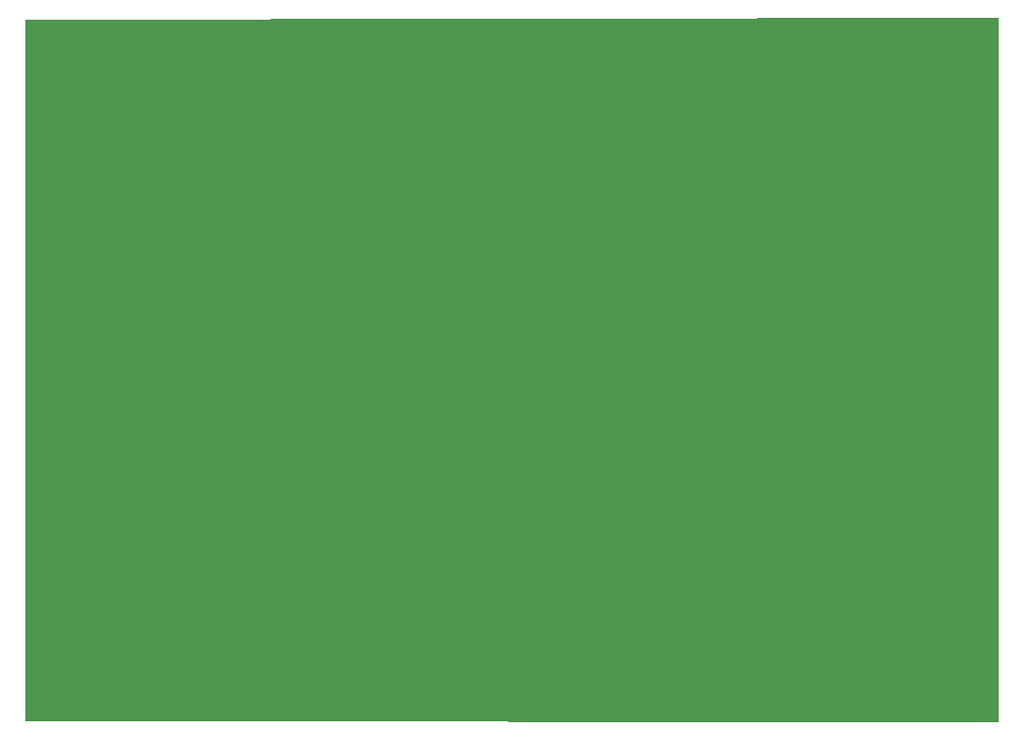
<source format=gbr>
G04 DipTrace 2.4.0.2*
%INBoard.gbr*%
%MOIN*%
%ADD11C,0.0055*%
%FSLAX44Y44*%
G04*
G70*
G90*
G75*
G01*
%LNBoardPoly*%
%LPD*%
G36*
X3940Y28884D2*
D11*
X38484Y28940D1*
Y3940D1*
X3940Y3997D1*
Y28884D1*
G37*
M02*

</source>
